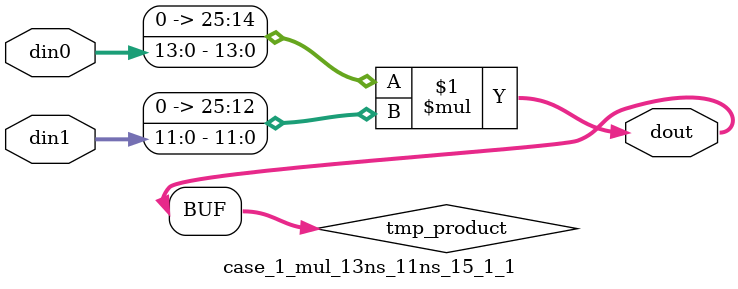
<source format=v>

`timescale 1 ns / 1 ps

 (* use_dsp = "no" *)  module case_1_mul_13ns_11ns_15_1_1(din0, din1, dout);
parameter ID = 1;
parameter NUM_STAGE = 0;
parameter din0_WIDTH = 14;
parameter din1_WIDTH = 12;
parameter dout_WIDTH = 26;

input [din0_WIDTH - 1 : 0] din0; 
input [din1_WIDTH - 1 : 0] din1; 
output [dout_WIDTH - 1 : 0] dout;

wire signed [dout_WIDTH - 1 : 0] tmp_product;
























assign tmp_product = $signed({1'b0, din0}) * $signed({1'b0, din1});











assign dout = tmp_product;





















endmodule

</source>
